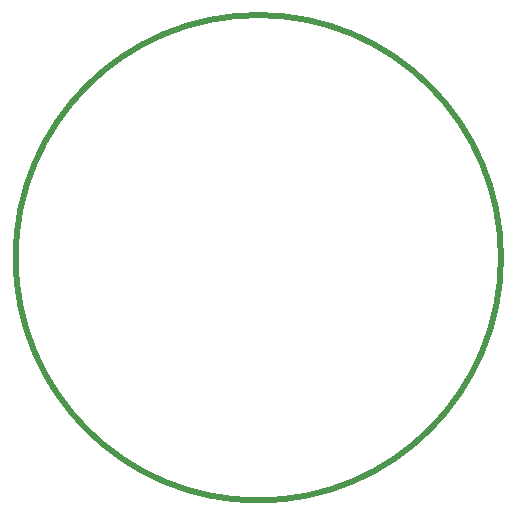
<source format=gbr>
%TF.GenerationSoftware,KiCad,Pcbnew,(6.0.4-0)*%
%TF.CreationDate,2022-04-27T14:09:07+02:00*%
%TF.ProjectId,duck,6475636b-2e6b-4696-9361-645f70636258,v1.0.0*%
%TF.SameCoordinates,Original*%
%TF.FileFunction,Other,User*%
%FSLAX46Y46*%
G04 Gerber Fmt 4.6, Leading zero omitted, Abs format (unit mm)*
G04 Created by KiCad (PCBNEW (6.0.4-0)) date 2022-04-27 14:09:07*
%MOMM*%
%LPD*%
G01*
G04 APERTURE LIST*
%ADD10C,0.550000*%
G04 APERTURE END LIST*
D10*
%TO.C,REF\u002A\u002A*%
X124347220Y88141427D02*
G75*
G03*
X124347220Y88141427I-20550000J0D01*
G01*
%TD*%
M02*

</source>
